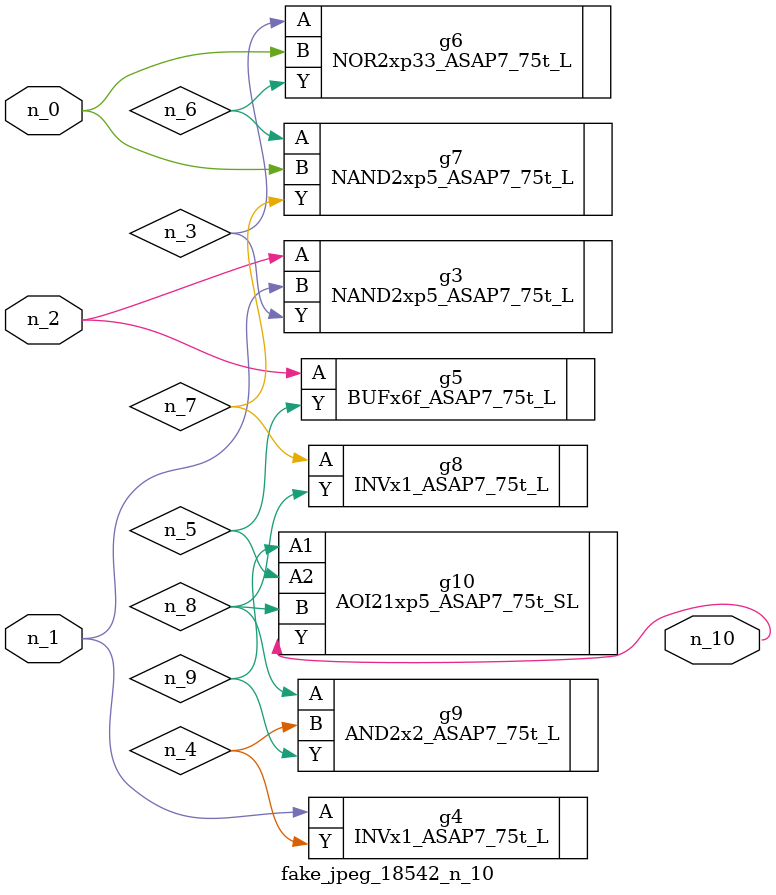
<source format=v>
module fake_jpeg_18542_n_10 (n_0, n_2, n_1, n_10);

input n_0;
input n_2;
input n_1;

output n_10;

wire n_3;
wire n_4;
wire n_8;
wire n_9;
wire n_6;
wire n_5;
wire n_7;

NAND2xp5_ASAP7_75t_L g3 ( 
.A(n_2),
.B(n_1),
.Y(n_3)
);

INVx1_ASAP7_75t_L g4 ( 
.A(n_1),
.Y(n_4)
);

BUFx6f_ASAP7_75t_L g5 ( 
.A(n_2),
.Y(n_5)
);

NOR2xp33_ASAP7_75t_L g6 ( 
.A(n_3),
.B(n_0),
.Y(n_6)
);

NAND2xp5_ASAP7_75t_L g7 ( 
.A(n_6),
.B(n_0),
.Y(n_7)
);

INVx1_ASAP7_75t_L g8 ( 
.A(n_7),
.Y(n_8)
);

AND2x2_ASAP7_75t_L g9 ( 
.A(n_8),
.B(n_4),
.Y(n_9)
);

AOI21xp5_ASAP7_75t_SL g10 ( 
.A1(n_9),
.A2(n_5),
.B(n_8),
.Y(n_10)
);


endmodule
</source>
